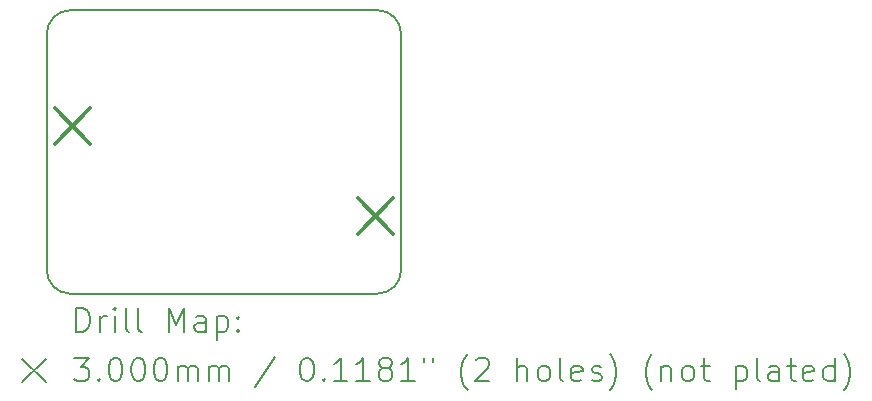
<source format=gbr>
%TF.GenerationSoftware,KiCad,Pcbnew,8.0.5*%
%TF.CreationDate,2025-07-29T10:24:36+02:00*%
%TF.ProjectId,LED_FADER,4c45445f-4641-4444-9552-2e6b69636164,rev?*%
%TF.SameCoordinates,Original*%
%TF.FileFunction,Drillmap*%
%TF.FilePolarity,Positive*%
%FSLAX45Y45*%
G04 Gerber Fmt 4.5, Leading zero omitted, Abs format (unit mm)*
G04 Created by KiCad (PCBNEW 8.0.5) date 2025-07-29 10:24:36*
%MOMM*%
%LPD*%
G01*
G04 APERTURE LIST*
%ADD10C,0.200000*%
%ADD11C,0.300000*%
G04 APERTURE END LIST*
D10*
X12238000Y-7796000D02*
G75*
G02*
X12438000Y-7596000I200000J0D01*
G01*
X12438000Y-7596000D02*
X15038000Y-7596000D01*
X12238000Y-9796000D02*
X12238000Y-7796000D01*
X15038000Y-9996000D02*
X12438000Y-9996000D01*
X15238000Y-9796000D02*
G75*
G02*
X15038000Y-9996000I-200000J0D01*
G01*
X15038000Y-7596000D02*
G75*
G02*
X15238000Y-7796000I0J-200000D01*
G01*
X12438000Y-9996000D02*
G75*
G02*
X12238000Y-9796000I0J200000D01*
G01*
X15238000Y-7796000D02*
X15238000Y-9796000D01*
D11*
X12305000Y-8426000D02*
X12605000Y-8726000D01*
X12605000Y-8426000D02*
X12305000Y-8726000D01*
X14869000Y-9188000D02*
X15169000Y-9488000D01*
X15169000Y-9188000D02*
X14869000Y-9488000D01*
D10*
X12488777Y-10317484D02*
X12488777Y-10117484D01*
X12488777Y-10117484D02*
X12536396Y-10117484D01*
X12536396Y-10117484D02*
X12564967Y-10127008D01*
X12564967Y-10127008D02*
X12584015Y-10146055D01*
X12584015Y-10146055D02*
X12593539Y-10165103D01*
X12593539Y-10165103D02*
X12603062Y-10203198D01*
X12603062Y-10203198D02*
X12603062Y-10231770D01*
X12603062Y-10231770D02*
X12593539Y-10269865D01*
X12593539Y-10269865D02*
X12584015Y-10288912D01*
X12584015Y-10288912D02*
X12564967Y-10307960D01*
X12564967Y-10307960D02*
X12536396Y-10317484D01*
X12536396Y-10317484D02*
X12488777Y-10317484D01*
X12688777Y-10317484D02*
X12688777Y-10184150D01*
X12688777Y-10222246D02*
X12698301Y-10203198D01*
X12698301Y-10203198D02*
X12707824Y-10193674D01*
X12707824Y-10193674D02*
X12726872Y-10184150D01*
X12726872Y-10184150D02*
X12745920Y-10184150D01*
X12812586Y-10317484D02*
X12812586Y-10184150D01*
X12812586Y-10117484D02*
X12803062Y-10127008D01*
X12803062Y-10127008D02*
X12812586Y-10136531D01*
X12812586Y-10136531D02*
X12822110Y-10127008D01*
X12822110Y-10127008D02*
X12812586Y-10117484D01*
X12812586Y-10117484D02*
X12812586Y-10136531D01*
X12936396Y-10317484D02*
X12917348Y-10307960D01*
X12917348Y-10307960D02*
X12907824Y-10288912D01*
X12907824Y-10288912D02*
X12907824Y-10117484D01*
X13041158Y-10317484D02*
X13022110Y-10307960D01*
X13022110Y-10307960D02*
X13012586Y-10288912D01*
X13012586Y-10288912D02*
X13012586Y-10117484D01*
X13269729Y-10317484D02*
X13269729Y-10117484D01*
X13269729Y-10117484D02*
X13336396Y-10260341D01*
X13336396Y-10260341D02*
X13403062Y-10117484D01*
X13403062Y-10117484D02*
X13403062Y-10317484D01*
X13584015Y-10317484D02*
X13584015Y-10212722D01*
X13584015Y-10212722D02*
X13574491Y-10193674D01*
X13574491Y-10193674D02*
X13555443Y-10184150D01*
X13555443Y-10184150D02*
X13517348Y-10184150D01*
X13517348Y-10184150D02*
X13498301Y-10193674D01*
X13584015Y-10307960D02*
X13564967Y-10317484D01*
X13564967Y-10317484D02*
X13517348Y-10317484D01*
X13517348Y-10317484D02*
X13498301Y-10307960D01*
X13498301Y-10307960D02*
X13488777Y-10288912D01*
X13488777Y-10288912D02*
X13488777Y-10269865D01*
X13488777Y-10269865D02*
X13498301Y-10250817D01*
X13498301Y-10250817D02*
X13517348Y-10241293D01*
X13517348Y-10241293D02*
X13564967Y-10241293D01*
X13564967Y-10241293D02*
X13584015Y-10231770D01*
X13679253Y-10184150D02*
X13679253Y-10384150D01*
X13679253Y-10193674D02*
X13698301Y-10184150D01*
X13698301Y-10184150D02*
X13736396Y-10184150D01*
X13736396Y-10184150D02*
X13755443Y-10193674D01*
X13755443Y-10193674D02*
X13764967Y-10203198D01*
X13764967Y-10203198D02*
X13774491Y-10222246D01*
X13774491Y-10222246D02*
X13774491Y-10279389D01*
X13774491Y-10279389D02*
X13764967Y-10298436D01*
X13764967Y-10298436D02*
X13755443Y-10307960D01*
X13755443Y-10307960D02*
X13736396Y-10317484D01*
X13736396Y-10317484D02*
X13698301Y-10317484D01*
X13698301Y-10317484D02*
X13679253Y-10307960D01*
X13860205Y-10298436D02*
X13869729Y-10307960D01*
X13869729Y-10307960D02*
X13860205Y-10317484D01*
X13860205Y-10317484D02*
X13850682Y-10307960D01*
X13850682Y-10307960D02*
X13860205Y-10298436D01*
X13860205Y-10298436D02*
X13860205Y-10317484D01*
X13860205Y-10193674D02*
X13869729Y-10203198D01*
X13869729Y-10203198D02*
X13860205Y-10212722D01*
X13860205Y-10212722D02*
X13850682Y-10203198D01*
X13850682Y-10203198D02*
X13860205Y-10193674D01*
X13860205Y-10193674D02*
X13860205Y-10212722D01*
X12028000Y-10546000D02*
X12228000Y-10746000D01*
X12228000Y-10546000D02*
X12028000Y-10746000D01*
X12469729Y-10537484D02*
X12593539Y-10537484D01*
X12593539Y-10537484D02*
X12526872Y-10613674D01*
X12526872Y-10613674D02*
X12555443Y-10613674D01*
X12555443Y-10613674D02*
X12574491Y-10623198D01*
X12574491Y-10623198D02*
X12584015Y-10632722D01*
X12584015Y-10632722D02*
X12593539Y-10651770D01*
X12593539Y-10651770D02*
X12593539Y-10699389D01*
X12593539Y-10699389D02*
X12584015Y-10718436D01*
X12584015Y-10718436D02*
X12574491Y-10727960D01*
X12574491Y-10727960D02*
X12555443Y-10737484D01*
X12555443Y-10737484D02*
X12498301Y-10737484D01*
X12498301Y-10737484D02*
X12479253Y-10727960D01*
X12479253Y-10727960D02*
X12469729Y-10718436D01*
X12679253Y-10718436D02*
X12688777Y-10727960D01*
X12688777Y-10727960D02*
X12679253Y-10737484D01*
X12679253Y-10737484D02*
X12669729Y-10727960D01*
X12669729Y-10727960D02*
X12679253Y-10718436D01*
X12679253Y-10718436D02*
X12679253Y-10737484D01*
X12812586Y-10537484D02*
X12831634Y-10537484D01*
X12831634Y-10537484D02*
X12850682Y-10547008D01*
X12850682Y-10547008D02*
X12860205Y-10556531D01*
X12860205Y-10556531D02*
X12869729Y-10575579D01*
X12869729Y-10575579D02*
X12879253Y-10613674D01*
X12879253Y-10613674D02*
X12879253Y-10661293D01*
X12879253Y-10661293D02*
X12869729Y-10699389D01*
X12869729Y-10699389D02*
X12860205Y-10718436D01*
X12860205Y-10718436D02*
X12850682Y-10727960D01*
X12850682Y-10727960D02*
X12831634Y-10737484D01*
X12831634Y-10737484D02*
X12812586Y-10737484D01*
X12812586Y-10737484D02*
X12793539Y-10727960D01*
X12793539Y-10727960D02*
X12784015Y-10718436D01*
X12784015Y-10718436D02*
X12774491Y-10699389D01*
X12774491Y-10699389D02*
X12764967Y-10661293D01*
X12764967Y-10661293D02*
X12764967Y-10613674D01*
X12764967Y-10613674D02*
X12774491Y-10575579D01*
X12774491Y-10575579D02*
X12784015Y-10556531D01*
X12784015Y-10556531D02*
X12793539Y-10547008D01*
X12793539Y-10547008D02*
X12812586Y-10537484D01*
X13003062Y-10537484D02*
X13022110Y-10537484D01*
X13022110Y-10537484D02*
X13041158Y-10547008D01*
X13041158Y-10547008D02*
X13050682Y-10556531D01*
X13050682Y-10556531D02*
X13060205Y-10575579D01*
X13060205Y-10575579D02*
X13069729Y-10613674D01*
X13069729Y-10613674D02*
X13069729Y-10661293D01*
X13069729Y-10661293D02*
X13060205Y-10699389D01*
X13060205Y-10699389D02*
X13050682Y-10718436D01*
X13050682Y-10718436D02*
X13041158Y-10727960D01*
X13041158Y-10727960D02*
X13022110Y-10737484D01*
X13022110Y-10737484D02*
X13003062Y-10737484D01*
X13003062Y-10737484D02*
X12984015Y-10727960D01*
X12984015Y-10727960D02*
X12974491Y-10718436D01*
X12974491Y-10718436D02*
X12964967Y-10699389D01*
X12964967Y-10699389D02*
X12955443Y-10661293D01*
X12955443Y-10661293D02*
X12955443Y-10613674D01*
X12955443Y-10613674D02*
X12964967Y-10575579D01*
X12964967Y-10575579D02*
X12974491Y-10556531D01*
X12974491Y-10556531D02*
X12984015Y-10547008D01*
X12984015Y-10547008D02*
X13003062Y-10537484D01*
X13193539Y-10537484D02*
X13212586Y-10537484D01*
X13212586Y-10537484D02*
X13231634Y-10547008D01*
X13231634Y-10547008D02*
X13241158Y-10556531D01*
X13241158Y-10556531D02*
X13250682Y-10575579D01*
X13250682Y-10575579D02*
X13260205Y-10613674D01*
X13260205Y-10613674D02*
X13260205Y-10661293D01*
X13260205Y-10661293D02*
X13250682Y-10699389D01*
X13250682Y-10699389D02*
X13241158Y-10718436D01*
X13241158Y-10718436D02*
X13231634Y-10727960D01*
X13231634Y-10727960D02*
X13212586Y-10737484D01*
X13212586Y-10737484D02*
X13193539Y-10737484D01*
X13193539Y-10737484D02*
X13174491Y-10727960D01*
X13174491Y-10727960D02*
X13164967Y-10718436D01*
X13164967Y-10718436D02*
X13155443Y-10699389D01*
X13155443Y-10699389D02*
X13145920Y-10661293D01*
X13145920Y-10661293D02*
X13145920Y-10613674D01*
X13145920Y-10613674D02*
X13155443Y-10575579D01*
X13155443Y-10575579D02*
X13164967Y-10556531D01*
X13164967Y-10556531D02*
X13174491Y-10547008D01*
X13174491Y-10547008D02*
X13193539Y-10537484D01*
X13345920Y-10737484D02*
X13345920Y-10604150D01*
X13345920Y-10623198D02*
X13355443Y-10613674D01*
X13355443Y-10613674D02*
X13374491Y-10604150D01*
X13374491Y-10604150D02*
X13403063Y-10604150D01*
X13403063Y-10604150D02*
X13422110Y-10613674D01*
X13422110Y-10613674D02*
X13431634Y-10632722D01*
X13431634Y-10632722D02*
X13431634Y-10737484D01*
X13431634Y-10632722D02*
X13441158Y-10613674D01*
X13441158Y-10613674D02*
X13460205Y-10604150D01*
X13460205Y-10604150D02*
X13488777Y-10604150D01*
X13488777Y-10604150D02*
X13507824Y-10613674D01*
X13507824Y-10613674D02*
X13517348Y-10632722D01*
X13517348Y-10632722D02*
X13517348Y-10737484D01*
X13612586Y-10737484D02*
X13612586Y-10604150D01*
X13612586Y-10623198D02*
X13622110Y-10613674D01*
X13622110Y-10613674D02*
X13641158Y-10604150D01*
X13641158Y-10604150D02*
X13669729Y-10604150D01*
X13669729Y-10604150D02*
X13688777Y-10613674D01*
X13688777Y-10613674D02*
X13698301Y-10632722D01*
X13698301Y-10632722D02*
X13698301Y-10737484D01*
X13698301Y-10632722D02*
X13707824Y-10613674D01*
X13707824Y-10613674D02*
X13726872Y-10604150D01*
X13726872Y-10604150D02*
X13755443Y-10604150D01*
X13755443Y-10604150D02*
X13774491Y-10613674D01*
X13774491Y-10613674D02*
X13784015Y-10632722D01*
X13784015Y-10632722D02*
X13784015Y-10737484D01*
X14174491Y-10527960D02*
X14003063Y-10785103D01*
X14431634Y-10537484D02*
X14450682Y-10537484D01*
X14450682Y-10537484D02*
X14469729Y-10547008D01*
X14469729Y-10547008D02*
X14479253Y-10556531D01*
X14479253Y-10556531D02*
X14488777Y-10575579D01*
X14488777Y-10575579D02*
X14498301Y-10613674D01*
X14498301Y-10613674D02*
X14498301Y-10661293D01*
X14498301Y-10661293D02*
X14488777Y-10699389D01*
X14488777Y-10699389D02*
X14479253Y-10718436D01*
X14479253Y-10718436D02*
X14469729Y-10727960D01*
X14469729Y-10727960D02*
X14450682Y-10737484D01*
X14450682Y-10737484D02*
X14431634Y-10737484D01*
X14431634Y-10737484D02*
X14412586Y-10727960D01*
X14412586Y-10727960D02*
X14403063Y-10718436D01*
X14403063Y-10718436D02*
X14393539Y-10699389D01*
X14393539Y-10699389D02*
X14384015Y-10661293D01*
X14384015Y-10661293D02*
X14384015Y-10613674D01*
X14384015Y-10613674D02*
X14393539Y-10575579D01*
X14393539Y-10575579D02*
X14403063Y-10556531D01*
X14403063Y-10556531D02*
X14412586Y-10547008D01*
X14412586Y-10547008D02*
X14431634Y-10537484D01*
X14584015Y-10718436D02*
X14593539Y-10727960D01*
X14593539Y-10727960D02*
X14584015Y-10737484D01*
X14584015Y-10737484D02*
X14574491Y-10727960D01*
X14574491Y-10727960D02*
X14584015Y-10718436D01*
X14584015Y-10718436D02*
X14584015Y-10737484D01*
X14784015Y-10737484D02*
X14669729Y-10737484D01*
X14726872Y-10737484D02*
X14726872Y-10537484D01*
X14726872Y-10537484D02*
X14707825Y-10566055D01*
X14707825Y-10566055D02*
X14688777Y-10585103D01*
X14688777Y-10585103D02*
X14669729Y-10594627D01*
X14974491Y-10737484D02*
X14860206Y-10737484D01*
X14917348Y-10737484D02*
X14917348Y-10537484D01*
X14917348Y-10537484D02*
X14898301Y-10566055D01*
X14898301Y-10566055D02*
X14879253Y-10585103D01*
X14879253Y-10585103D02*
X14860206Y-10594627D01*
X15088777Y-10623198D02*
X15069729Y-10613674D01*
X15069729Y-10613674D02*
X15060206Y-10604150D01*
X15060206Y-10604150D02*
X15050682Y-10585103D01*
X15050682Y-10585103D02*
X15050682Y-10575579D01*
X15050682Y-10575579D02*
X15060206Y-10556531D01*
X15060206Y-10556531D02*
X15069729Y-10547008D01*
X15069729Y-10547008D02*
X15088777Y-10537484D01*
X15088777Y-10537484D02*
X15126872Y-10537484D01*
X15126872Y-10537484D02*
X15145920Y-10547008D01*
X15145920Y-10547008D02*
X15155444Y-10556531D01*
X15155444Y-10556531D02*
X15164967Y-10575579D01*
X15164967Y-10575579D02*
X15164967Y-10585103D01*
X15164967Y-10585103D02*
X15155444Y-10604150D01*
X15155444Y-10604150D02*
X15145920Y-10613674D01*
X15145920Y-10613674D02*
X15126872Y-10623198D01*
X15126872Y-10623198D02*
X15088777Y-10623198D01*
X15088777Y-10623198D02*
X15069729Y-10632722D01*
X15069729Y-10632722D02*
X15060206Y-10642246D01*
X15060206Y-10642246D02*
X15050682Y-10661293D01*
X15050682Y-10661293D02*
X15050682Y-10699389D01*
X15050682Y-10699389D02*
X15060206Y-10718436D01*
X15060206Y-10718436D02*
X15069729Y-10727960D01*
X15069729Y-10727960D02*
X15088777Y-10737484D01*
X15088777Y-10737484D02*
X15126872Y-10737484D01*
X15126872Y-10737484D02*
X15145920Y-10727960D01*
X15145920Y-10727960D02*
X15155444Y-10718436D01*
X15155444Y-10718436D02*
X15164967Y-10699389D01*
X15164967Y-10699389D02*
X15164967Y-10661293D01*
X15164967Y-10661293D02*
X15155444Y-10642246D01*
X15155444Y-10642246D02*
X15145920Y-10632722D01*
X15145920Y-10632722D02*
X15126872Y-10623198D01*
X15355444Y-10737484D02*
X15241158Y-10737484D01*
X15298301Y-10737484D02*
X15298301Y-10537484D01*
X15298301Y-10537484D02*
X15279253Y-10566055D01*
X15279253Y-10566055D02*
X15260206Y-10585103D01*
X15260206Y-10585103D02*
X15241158Y-10594627D01*
X15431634Y-10537484D02*
X15431634Y-10575579D01*
X15507825Y-10537484D02*
X15507825Y-10575579D01*
X15803063Y-10813674D02*
X15793539Y-10804150D01*
X15793539Y-10804150D02*
X15774491Y-10775579D01*
X15774491Y-10775579D02*
X15764968Y-10756531D01*
X15764968Y-10756531D02*
X15755444Y-10727960D01*
X15755444Y-10727960D02*
X15745920Y-10680341D01*
X15745920Y-10680341D02*
X15745920Y-10642246D01*
X15745920Y-10642246D02*
X15755444Y-10594627D01*
X15755444Y-10594627D02*
X15764968Y-10566055D01*
X15764968Y-10566055D02*
X15774491Y-10547008D01*
X15774491Y-10547008D02*
X15793539Y-10518436D01*
X15793539Y-10518436D02*
X15803063Y-10508912D01*
X15869729Y-10556531D02*
X15879253Y-10547008D01*
X15879253Y-10547008D02*
X15898301Y-10537484D01*
X15898301Y-10537484D02*
X15945920Y-10537484D01*
X15945920Y-10537484D02*
X15964968Y-10547008D01*
X15964968Y-10547008D02*
X15974491Y-10556531D01*
X15974491Y-10556531D02*
X15984015Y-10575579D01*
X15984015Y-10575579D02*
X15984015Y-10594627D01*
X15984015Y-10594627D02*
X15974491Y-10623198D01*
X15974491Y-10623198D02*
X15860206Y-10737484D01*
X15860206Y-10737484D02*
X15984015Y-10737484D01*
X16222110Y-10737484D02*
X16222110Y-10537484D01*
X16307825Y-10737484D02*
X16307825Y-10632722D01*
X16307825Y-10632722D02*
X16298301Y-10613674D01*
X16298301Y-10613674D02*
X16279253Y-10604150D01*
X16279253Y-10604150D02*
X16250682Y-10604150D01*
X16250682Y-10604150D02*
X16231634Y-10613674D01*
X16231634Y-10613674D02*
X16222110Y-10623198D01*
X16431634Y-10737484D02*
X16412587Y-10727960D01*
X16412587Y-10727960D02*
X16403063Y-10718436D01*
X16403063Y-10718436D02*
X16393539Y-10699389D01*
X16393539Y-10699389D02*
X16393539Y-10642246D01*
X16393539Y-10642246D02*
X16403063Y-10623198D01*
X16403063Y-10623198D02*
X16412587Y-10613674D01*
X16412587Y-10613674D02*
X16431634Y-10604150D01*
X16431634Y-10604150D02*
X16460206Y-10604150D01*
X16460206Y-10604150D02*
X16479253Y-10613674D01*
X16479253Y-10613674D02*
X16488777Y-10623198D01*
X16488777Y-10623198D02*
X16498301Y-10642246D01*
X16498301Y-10642246D02*
X16498301Y-10699389D01*
X16498301Y-10699389D02*
X16488777Y-10718436D01*
X16488777Y-10718436D02*
X16479253Y-10727960D01*
X16479253Y-10727960D02*
X16460206Y-10737484D01*
X16460206Y-10737484D02*
X16431634Y-10737484D01*
X16612587Y-10737484D02*
X16593539Y-10727960D01*
X16593539Y-10727960D02*
X16584015Y-10708912D01*
X16584015Y-10708912D02*
X16584015Y-10537484D01*
X16764968Y-10727960D02*
X16745920Y-10737484D01*
X16745920Y-10737484D02*
X16707825Y-10737484D01*
X16707825Y-10737484D02*
X16688777Y-10727960D01*
X16688777Y-10727960D02*
X16679253Y-10708912D01*
X16679253Y-10708912D02*
X16679253Y-10632722D01*
X16679253Y-10632722D02*
X16688777Y-10613674D01*
X16688777Y-10613674D02*
X16707825Y-10604150D01*
X16707825Y-10604150D02*
X16745920Y-10604150D01*
X16745920Y-10604150D02*
X16764968Y-10613674D01*
X16764968Y-10613674D02*
X16774491Y-10632722D01*
X16774491Y-10632722D02*
X16774491Y-10651770D01*
X16774491Y-10651770D02*
X16679253Y-10670817D01*
X16850682Y-10727960D02*
X16869730Y-10737484D01*
X16869730Y-10737484D02*
X16907825Y-10737484D01*
X16907825Y-10737484D02*
X16926873Y-10727960D01*
X16926873Y-10727960D02*
X16936396Y-10708912D01*
X16936396Y-10708912D02*
X16936396Y-10699389D01*
X16936396Y-10699389D02*
X16926873Y-10680341D01*
X16926873Y-10680341D02*
X16907825Y-10670817D01*
X16907825Y-10670817D02*
X16879253Y-10670817D01*
X16879253Y-10670817D02*
X16860206Y-10661293D01*
X16860206Y-10661293D02*
X16850682Y-10642246D01*
X16850682Y-10642246D02*
X16850682Y-10632722D01*
X16850682Y-10632722D02*
X16860206Y-10613674D01*
X16860206Y-10613674D02*
X16879253Y-10604150D01*
X16879253Y-10604150D02*
X16907825Y-10604150D01*
X16907825Y-10604150D02*
X16926873Y-10613674D01*
X17003063Y-10813674D02*
X17012587Y-10804150D01*
X17012587Y-10804150D02*
X17031634Y-10775579D01*
X17031634Y-10775579D02*
X17041158Y-10756531D01*
X17041158Y-10756531D02*
X17050682Y-10727960D01*
X17050682Y-10727960D02*
X17060206Y-10680341D01*
X17060206Y-10680341D02*
X17060206Y-10642246D01*
X17060206Y-10642246D02*
X17050682Y-10594627D01*
X17050682Y-10594627D02*
X17041158Y-10566055D01*
X17041158Y-10566055D02*
X17031634Y-10547008D01*
X17031634Y-10547008D02*
X17012587Y-10518436D01*
X17012587Y-10518436D02*
X17003063Y-10508912D01*
X17364968Y-10813674D02*
X17355444Y-10804150D01*
X17355444Y-10804150D02*
X17336396Y-10775579D01*
X17336396Y-10775579D02*
X17326873Y-10756531D01*
X17326873Y-10756531D02*
X17317349Y-10727960D01*
X17317349Y-10727960D02*
X17307825Y-10680341D01*
X17307825Y-10680341D02*
X17307825Y-10642246D01*
X17307825Y-10642246D02*
X17317349Y-10594627D01*
X17317349Y-10594627D02*
X17326873Y-10566055D01*
X17326873Y-10566055D02*
X17336396Y-10547008D01*
X17336396Y-10547008D02*
X17355444Y-10518436D01*
X17355444Y-10518436D02*
X17364968Y-10508912D01*
X17441158Y-10604150D02*
X17441158Y-10737484D01*
X17441158Y-10623198D02*
X17450682Y-10613674D01*
X17450682Y-10613674D02*
X17469730Y-10604150D01*
X17469730Y-10604150D02*
X17498301Y-10604150D01*
X17498301Y-10604150D02*
X17517349Y-10613674D01*
X17517349Y-10613674D02*
X17526873Y-10632722D01*
X17526873Y-10632722D02*
X17526873Y-10737484D01*
X17650682Y-10737484D02*
X17631634Y-10727960D01*
X17631634Y-10727960D02*
X17622111Y-10718436D01*
X17622111Y-10718436D02*
X17612587Y-10699389D01*
X17612587Y-10699389D02*
X17612587Y-10642246D01*
X17612587Y-10642246D02*
X17622111Y-10623198D01*
X17622111Y-10623198D02*
X17631634Y-10613674D01*
X17631634Y-10613674D02*
X17650682Y-10604150D01*
X17650682Y-10604150D02*
X17679254Y-10604150D01*
X17679254Y-10604150D02*
X17698301Y-10613674D01*
X17698301Y-10613674D02*
X17707825Y-10623198D01*
X17707825Y-10623198D02*
X17717349Y-10642246D01*
X17717349Y-10642246D02*
X17717349Y-10699389D01*
X17717349Y-10699389D02*
X17707825Y-10718436D01*
X17707825Y-10718436D02*
X17698301Y-10727960D01*
X17698301Y-10727960D02*
X17679254Y-10737484D01*
X17679254Y-10737484D02*
X17650682Y-10737484D01*
X17774492Y-10604150D02*
X17850682Y-10604150D01*
X17803063Y-10537484D02*
X17803063Y-10708912D01*
X17803063Y-10708912D02*
X17812587Y-10727960D01*
X17812587Y-10727960D02*
X17831634Y-10737484D01*
X17831634Y-10737484D02*
X17850682Y-10737484D01*
X18069730Y-10604150D02*
X18069730Y-10804150D01*
X18069730Y-10613674D02*
X18088777Y-10604150D01*
X18088777Y-10604150D02*
X18126873Y-10604150D01*
X18126873Y-10604150D02*
X18145920Y-10613674D01*
X18145920Y-10613674D02*
X18155444Y-10623198D01*
X18155444Y-10623198D02*
X18164968Y-10642246D01*
X18164968Y-10642246D02*
X18164968Y-10699389D01*
X18164968Y-10699389D02*
X18155444Y-10718436D01*
X18155444Y-10718436D02*
X18145920Y-10727960D01*
X18145920Y-10727960D02*
X18126873Y-10737484D01*
X18126873Y-10737484D02*
X18088777Y-10737484D01*
X18088777Y-10737484D02*
X18069730Y-10727960D01*
X18279254Y-10737484D02*
X18260206Y-10727960D01*
X18260206Y-10727960D02*
X18250682Y-10708912D01*
X18250682Y-10708912D02*
X18250682Y-10537484D01*
X18441158Y-10737484D02*
X18441158Y-10632722D01*
X18441158Y-10632722D02*
X18431635Y-10613674D01*
X18431635Y-10613674D02*
X18412587Y-10604150D01*
X18412587Y-10604150D02*
X18374492Y-10604150D01*
X18374492Y-10604150D02*
X18355444Y-10613674D01*
X18441158Y-10727960D02*
X18422111Y-10737484D01*
X18422111Y-10737484D02*
X18374492Y-10737484D01*
X18374492Y-10737484D02*
X18355444Y-10727960D01*
X18355444Y-10727960D02*
X18345920Y-10708912D01*
X18345920Y-10708912D02*
X18345920Y-10689865D01*
X18345920Y-10689865D02*
X18355444Y-10670817D01*
X18355444Y-10670817D02*
X18374492Y-10661293D01*
X18374492Y-10661293D02*
X18422111Y-10661293D01*
X18422111Y-10661293D02*
X18441158Y-10651770D01*
X18507825Y-10604150D02*
X18584015Y-10604150D01*
X18536396Y-10537484D02*
X18536396Y-10708912D01*
X18536396Y-10708912D02*
X18545920Y-10727960D01*
X18545920Y-10727960D02*
X18564968Y-10737484D01*
X18564968Y-10737484D02*
X18584015Y-10737484D01*
X18726873Y-10727960D02*
X18707825Y-10737484D01*
X18707825Y-10737484D02*
X18669730Y-10737484D01*
X18669730Y-10737484D02*
X18650682Y-10727960D01*
X18650682Y-10727960D02*
X18641158Y-10708912D01*
X18641158Y-10708912D02*
X18641158Y-10632722D01*
X18641158Y-10632722D02*
X18650682Y-10613674D01*
X18650682Y-10613674D02*
X18669730Y-10604150D01*
X18669730Y-10604150D02*
X18707825Y-10604150D01*
X18707825Y-10604150D02*
X18726873Y-10613674D01*
X18726873Y-10613674D02*
X18736396Y-10632722D01*
X18736396Y-10632722D02*
X18736396Y-10651770D01*
X18736396Y-10651770D02*
X18641158Y-10670817D01*
X18907825Y-10737484D02*
X18907825Y-10537484D01*
X18907825Y-10727960D02*
X18888777Y-10737484D01*
X18888777Y-10737484D02*
X18850682Y-10737484D01*
X18850682Y-10737484D02*
X18831635Y-10727960D01*
X18831635Y-10727960D02*
X18822111Y-10718436D01*
X18822111Y-10718436D02*
X18812587Y-10699389D01*
X18812587Y-10699389D02*
X18812587Y-10642246D01*
X18812587Y-10642246D02*
X18822111Y-10623198D01*
X18822111Y-10623198D02*
X18831635Y-10613674D01*
X18831635Y-10613674D02*
X18850682Y-10604150D01*
X18850682Y-10604150D02*
X18888777Y-10604150D01*
X18888777Y-10604150D02*
X18907825Y-10613674D01*
X18984016Y-10813674D02*
X18993539Y-10804150D01*
X18993539Y-10804150D02*
X19012587Y-10775579D01*
X19012587Y-10775579D02*
X19022111Y-10756531D01*
X19022111Y-10756531D02*
X19031635Y-10727960D01*
X19031635Y-10727960D02*
X19041158Y-10680341D01*
X19041158Y-10680341D02*
X19041158Y-10642246D01*
X19041158Y-10642246D02*
X19031635Y-10594627D01*
X19031635Y-10594627D02*
X19022111Y-10566055D01*
X19022111Y-10566055D02*
X19012587Y-10547008D01*
X19012587Y-10547008D02*
X18993539Y-10518436D01*
X18993539Y-10518436D02*
X18984016Y-10508912D01*
M02*

</source>
